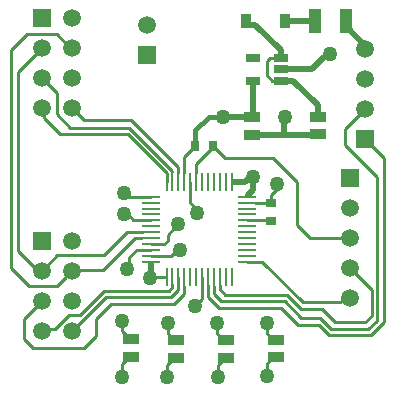
<source format=gtl>
G04*
G04 #@! TF.GenerationSoftware,Altium Limited,Altium Designer,20.2.6 (244)*
G04*
G04 Layer_Physical_Order=1*
G04 Layer_Color=255*
%FSLAX25Y25*%
%MOIN*%
G70*
G04*
G04 #@! TF.SameCoordinates,B2635FF8-235B-44FB-8225-BCA2550F652E*
G04*
G04*
G04 #@! TF.FilePolarity,Positive*
G04*
G01*
G75*
%ADD13C,0.01000*%
%ADD15O,0.06102X0.00984*%
%ADD16O,0.00984X0.06102*%
%ADD17R,0.05118X0.02756*%
%ADD18R,0.03583X0.04803*%
%ADD19R,0.03543X0.02756*%
%ADD20R,0.02756X0.03543*%
%ADD21R,0.04331X0.07874*%
%ADD22R,0.05315X0.03740*%
%ADD32C,0.02000*%
%ADD33C,0.01500*%
%ADD34R,0.05906X0.05906*%
%ADD35C,0.05906*%
%ADD36C,0.05000*%
D13*
X122711Y36300D02*
X122973Y36561D01*
X37000Y97000D02*
X52800D01*
X65000Y56600D02*
Y58500D01*
X78387Y37863D02*
X82000Y34250D01*
X80453Y38831D02*
X82784Y36500D01*
X76484Y37284D02*
Y44654D01*
X134800Y30050D02*
Y77800D01*
X49700Y26523D02*
Y29800D01*
X64800Y15335D02*
X67113Y17647D01*
Y23553D02*
X67900D01*
X67250Y35500D02*
X70610Y38860D01*
X35250Y46750D02*
X43432D01*
X119539Y27211D02*
X131961D01*
X37000Y21000D02*
X41000Y25000D01*
X23000Y26500D02*
X23750Y27250D01*
X93000Y97953D02*
X93500Y98453D01*
X109578Y33750D02*
X116578D01*
X15000Y53200D02*
X21700Y46500D01*
X12800Y47400D02*
Y120300D01*
X66579Y79487D02*
Y79867D01*
X23799Y97501D02*
Y100201D01*
X125750Y47500D02*
X133000Y40250D01*
X124200Y93900D02*
X130900Y100600D01*
X98100Y15635D02*
X100213Y17747D01*
Y23653D02*
X101000D01*
X70610Y38860D02*
Y41663D01*
X84203Y84250D02*
X100250D01*
X91347Y63453D02*
X91354Y63445D01*
X115750Y31000D02*
X119539Y27211D01*
X132789Y25211D02*
X137300Y29722D01*
X28094Y98734D02*
X32578Y94250D01*
X70579Y84531D02*
X74297Y88250D01*
X20000Y21000D02*
X37000D01*
X43750Y51750D02*
X51516Y59516D01*
X98000Y111750D02*
X99730Y110020D01*
X84302Y38500D02*
X104828D01*
X52200Y51100D02*
X54710Y53610D01*
X52656Y71327D02*
X59654D01*
X41000Y25000D02*
Y30500D01*
X124368Y128228D02*
Y130000D01*
X65000Y25665D02*
Y29300D01*
X49800Y11300D02*
Y15477D01*
X53630Y63453D02*
X59654D01*
X68610Y40360D02*
Y44654D01*
X99500Y71816D02*
X101500Y73817D01*
X108250Y61750D02*
Y76250D01*
X28250Y41500D02*
X31250Y44500D01*
X74516Y79211D02*
Y82169D01*
X59404Y44654D02*
X64650D01*
X59000Y44250D02*
X59404Y44654D01*
X99392Y69358D02*
X99500Y69250D01*
X118664Y25164D02*
X118711Y25211D01*
X28094Y98734D02*
Y105906D01*
X17000Y30500D02*
X23000Y36500D01*
X54197Y57516D02*
X56629D01*
X114953Y92047D02*
X115000Y92094D01*
X98000Y116500D02*
X99000Y117500D01*
X98000Y111750D02*
Y116500D01*
X110000Y36300D02*
X122711D01*
X104828Y38500D02*
X109578Y33750D01*
X12800Y47400D02*
X18700Y41500D01*
X52200Y47700D02*
Y51100D01*
X50400Y72500D02*
X51482D01*
X82784Y36500D02*
X104000D01*
X35719Y32047D02*
X43672Y40000D01*
X124200Y88400D02*
Y93900D01*
X98100Y25765D02*
Y29200D01*
X81700Y11200D02*
Y15277D01*
X81600Y25665D02*
Y29200D01*
X52170Y17847D02*
X52700D01*
X104000Y36500D02*
X109500Y31000D01*
X66600Y41204D02*
Y42100D01*
X65396Y40000D02*
X66600Y41204D01*
X120828Y29500D02*
X130922D01*
X23000Y111000D02*
X28094Y105906D01*
X32500Y121000D02*
X33000D01*
X92418Y78000D02*
X93500D01*
X103976Y97726D02*
X104000Y97750D01*
X99000Y117500D02*
X102949D01*
X96627Y49673D02*
X110000Y36300D01*
X33000Y101000D02*
X37000Y97000D01*
X52800D02*
X68579Y81221D01*
X32578Y94250D02*
X52196D01*
X23000Y101000D02*
X23799Y100201D01*
X59654Y55579D02*
X63979D01*
X80453Y38831D02*
Y41629D01*
X49700Y26523D02*
X52470Y23753D01*
X83713Y23553D02*
X84500D01*
X82000Y34250D02*
X102750D01*
X59654Y51642D02*
X66259D01*
X51682Y65400D02*
X53630Y63453D01*
X66250Y38000D02*
X68610Y40360D01*
X100250Y84250D02*
X108250Y76250D01*
X43432Y46750D02*
X54197Y57516D01*
X70579Y79211D02*
Y84531D01*
X109500Y31000D02*
X115750D01*
X74516Y82169D02*
X80203Y87856D01*
Y88250D01*
X17000Y24000D02*
X20000Y21000D01*
X27453Y27250D02*
X32250Y32047D01*
X28250Y51750D02*
X43750D01*
X108250Y61750D02*
X112500Y57500D01*
X116578Y33750D02*
X120828Y29500D01*
X21700Y46500D02*
X23000D01*
X15000Y113000D02*
X23000Y121000D01*
X68579Y79371D02*
Y81221D01*
X64673Y76346D02*
Y79227D01*
X29145Y92155D02*
X51745D01*
X23799Y97501D02*
X29145Y92155D01*
X82400Y40402D02*
Y41900D01*
X51600Y47100D02*
X52200Y47700D01*
X46000Y35500D02*
X67250D01*
X33000Y26500D02*
X44500Y38000D01*
X130900Y90600D02*
X137300Y84200D01*
X131961Y27211D02*
X134800Y30050D01*
X130922Y29500D02*
X133000Y31578D01*
X98100Y11700D02*
Y15635D01*
X84070Y17647D02*
X84500D01*
X78387Y37863D02*
Y41504D01*
X66259Y51642D02*
X68118Y53500D01*
X51516Y59516D02*
X56789D01*
X17000Y24000D02*
Y30500D01*
X28000Y125500D02*
X32500Y121000D01*
X112500Y57500D02*
X125750D01*
X92953Y98000D02*
X93000Y97953D01*
X124811Y36561D02*
X125750Y37500D01*
X15000Y53200D02*
Y113000D01*
X12800Y120300D02*
X18000Y125500D01*
X65000Y58500D02*
X68600Y62100D01*
X33000Y36500D02*
X33500D01*
X32250Y32047D02*
X35719D01*
X41000Y30500D02*
X46000Y35500D01*
X81700Y15277D02*
X84070Y17647D01*
X81600Y25665D02*
X83713Y23553D01*
X67113Y17647D02*
X67900D01*
X72547Y69335D02*
Y76346D01*
Y69335D02*
X74800Y67082D01*
X68118Y53500D02*
X69200D01*
X101500Y73817D02*
Y75500D01*
X91354Y63445D02*
X99400D01*
X99500Y63345D01*
X78453Y41570D02*
Y41789D01*
X115368Y28461D02*
X118664Y25164D01*
X118711Y25211D02*
X132789D01*
X18000Y125500D02*
X28000D01*
X23000Y46500D02*
X28250Y51750D01*
X86327Y76346D02*
X86335Y76354D01*
X91347Y49673D02*
X96627D01*
X122973Y36561D02*
X124811D01*
X18700Y41500D02*
X28250D01*
X51745Y92155D02*
X64673Y79227D01*
X52196Y94250D02*
X66579Y79867D01*
X82400Y40402D02*
X84302Y38500D01*
X63979Y55579D02*
X65000Y56600D01*
X54710Y53610D02*
X59654D01*
X51482Y72500D02*
X52656Y71327D01*
X74200Y35000D02*
X76484Y37284D01*
X43672Y40000D02*
X65396D01*
X44500Y38000D02*
X66250D01*
X130900Y120600D02*
Y121696D01*
X137300Y29722D02*
Y84200D01*
X124200Y88400D02*
X134800Y77800D01*
X133000Y31578D02*
Y40250D01*
X65000Y25665D02*
X67113Y23553D01*
X98100Y25765D02*
X100213Y23653D01*
X49800Y15477D02*
X52170Y17847D01*
X64800Y11200D02*
Y15335D01*
X52470Y23753D02*
X52700D01*
X100213Y17747D02*
X101000D01*
X102750Y34250D02*
X108539Y28461D01*
X74800Y66000D02*
Y67082D01*
X50600Y65400D02*
X51682D01*
X78387Y41504D02*
X78453Y41570D01*
X94211Y69358D02*
X99392D01*
X91347Y63453D02*
X91370Y63476D01*
X108539Y28461D02*
X115368D01*
X80203Y88250D02*
X84203Y84250D01*
X23750Y27250D02*
X27453D01*
X99500Y69250D02*
Y71816D01*
X99730Y110020D02*
X102949D01*
D15*
X91347Y71327D02*
D03*
Y69358D02*
D03*
Y67390D02*
D03*
Y65421D02*
D03*
Y63453D02*
D03*
Y61484D02*
D03*
Y59516D02*
D03*
Y57547D02*
D03*
Y55579D02*
D03*
Y53610D02*
D03*
Y51642D02*
D03*
Y49673D02*
D03*
X59654D02*
D03*
Y51642D02*
D03*
Y53610D02*
D03*
Y55579D02*
D03*
Y57547D02*
D03*
Y59516D02*
D03*
Y61484D02*
D03*
Y63453D02*
D03*
Y65421D02*
D03*
Y67390D02*
D03*
Y69358D02*
D03*
Y71327D02*
D03*
D16*
X86327Y44654D02*
D03*
X84358D02*
D03*
X82390D02*
D03*
X80421D02*
D03*
X78453D02*
D03*
X76484D02*
D03*
X74516D02*
D03*
X72547D02*
D03*
X70579D02*
D03*
X68610D02*
D03*
X66642D02*
D03*
X64673D02*
D03*
Y76346D02*
D03*
X66642D02*
D03*
X68610D02*
D03*
X70579D02*
D03*
X72547D02*
D03*
X74516D02*
D03*
X76484D02*
D03*
X78453D02*
D03*
X80421D02*
D03*
X82390D02*
D03*
X84358D02*
D03*
X86327D02*
D03*
D17*
X102949Y110020D02*
D03*
Y113760D02*
D03*
Y117500D02*
D03*
X93500D02*
D03*
Y110020D02*
D03*
D18*
X104000Y130000D02*
D03*
X91126D02*
D03*
D19*
X99500Y63345D02*
D03*
Y69250D02*
D03*
D20*
X74297Y88250D02*
D03*
X80203D02*
D03*
D21*
X114132Y130000D02*
D03*
X124368D02*
D03*
D22*
X101000Y17747D02*
D03*
Y23653D02*
D03*
X84500Y17647D02*
D03*
Y23553D02*
D03*
X67900Y17647D02*
D03*
Y23553D02*
D03*
X52700Y17847D02*
D03*
Y23753D02*
D03*
X93000Y92047D02*
D03*
Y97953D02*
D03*
X115000Y92094D02*
D03*
Y98000D02*
D03*
D32*
X93000Y92047D02*
X103976D01*
X106980Y110020D02*
X115000Y102000D01*
X94293Y128731D02*
X102949Y120075D01*
X124368Y128228D02*
X130900Y121696D01*
X113010Y113760D02*
X117000Y117750D01*
X59654Y45000D02*
Y49000D01*
X87050Y76354D02*
X90772D01*
X91917Y128731D02*
X94293D01*
X83500Y98000D02*
X92953D01*
X115000Y100000D02*
Y102000D01*
X102949Y117500D02*
Y120075D01*
X91126Y129523D02*
X91917Y128731D01*
X93500Y98453D02*
Y110020D01*
X102949D02*
X106980D01*
X90772Y76354D02*
X92418Y78000D01*
X105250Y130000D02*
X112750D01*
X93500Y73500D02*
Y78000D01*
X103976Y92047D02*
Y97726D01*
X105250Y113760D02*
X113010D01*
X91875Y71875D02*
X93500Y73500D01*
X103976Y92047D02*
X114953D01*
X91126Y129523D02*
Y130000D01*
D33*
X74297Y93547D02*
X78750Y98000D01*
X83500D01*
X74297Y88250D02*
Y93547D01*
D34*
X58100Y118400D02*
D03*
X23000Y131000D02*
D03*
Y56500D02*
D03*
X125750Y77500D02*
D03*
X130900Y90600D02*
D03*
D35*
X58100Y128400D02*
D03*
X33000Y101000D02*
D03*
X23000D02*
D03*
X33000Y111000D02*
D03*
X23000D02*
D03*
X33000Y121000D02*
D03*
X23000D02*
D03*
X33000Y131000D02*
D03*
Y26500D02*
D03*
X23000D02*
D03*
X33000Y36500D02*
D03*
X23000D02*
D03*
X33000Y46500D02*
D03*
X23000D02*
D03*
X33000Y56500D02*
D03*
X125750Y37500D02*
D03*
Y47500D02*
D03*
Y57500D02*
D03*
Y67500D02*
D03*
X130900Y120600D02*
D03*
Y110600D02*
D03*
Y100600D02*
D03*
D36*
X98100Y29200D02*
D03*
X81600D02*
D03*
X74200Y35000D02*
D03*
X74800Y66000D02*
D03*
X83500Y98000D02*
D03*
X59000Y44250D02*
D03*
X51600Y47100D02*
D03*
X50400Y72500D02*
D03*
X49800Y11300D02*
D03*
X69200Y53500D02*
D03*
X50600Y65400D02*
D03*
X93500Y78000D02*
D03*
X119250Y118750D02*
D03*
X64800Y11200D02*
D03*
X98100Y11700D02*
D03*
X49700Y29800D02*
D03*
X101500Y75500D02*
D03*
X65000Y29300D02*
D03*
X104000Y97750D02*
D03*
X68600Y62100D02*
D03*
X81700Y11200D02*
D03*
M02*

</source>
